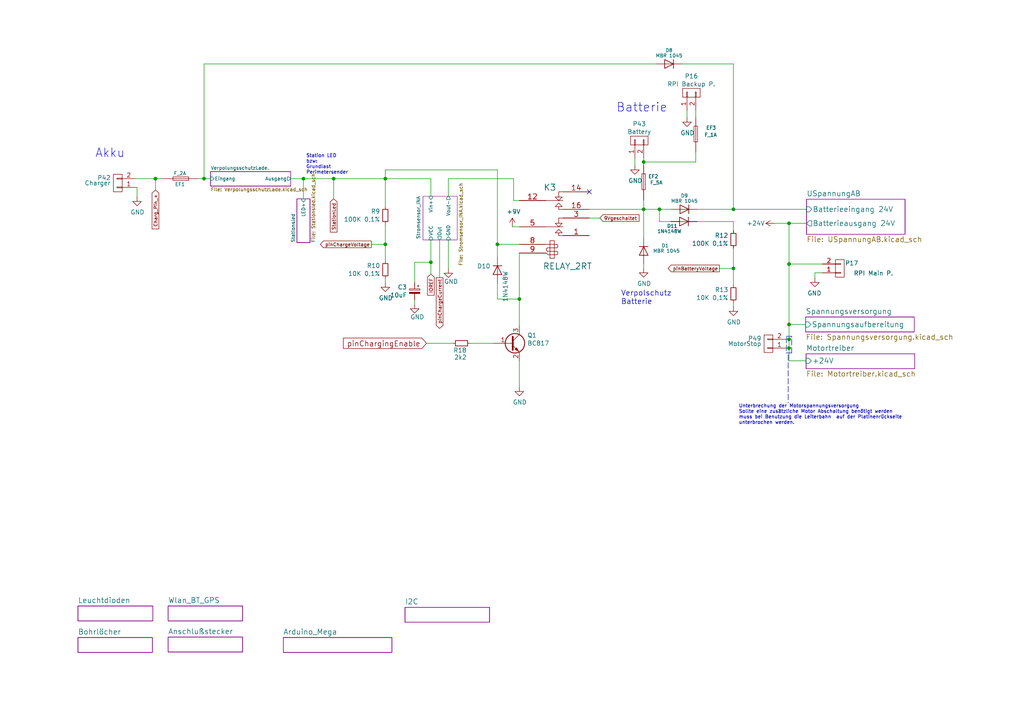
<source format=kicad_sch>
(kicad_sch (version 20210406) (generator eeschema)
  (paper "A4")
  (title_block (title "Ardumower shield SVN Version") (date "2021-01-18") (rev "1.4") (company "ML AG JL BS UZ") (comment 1 "Schaltplan und Layout UweZ") (comment 2 "Unterspannungsschutz von AlexanderG"))
  (lib_symbols
    (symbol "ardumower-mega-shield-svn-rescue:+24V-RESCUE-ardumower_mega_shield_svn" (power) (pin_names (offset 0))
      (property "Value" "+24V-RESCUE-ardumower_mega_shield_svn" (at 0 3.556 0))
      (symbol "+24V-RESCUE-ardumower_mega_shield_svn_0_1"
        (polyline (pts (xy -0.762 1.27) (xy 0 2.54)))
        (polyline (pts (xy 0 0) (xy 0 2.54)))
        (polyline (pts (xy 0 2.54) (xy 0.762 1.27)))
      )
      (symbol "+24V-RESCUE-ardumower_mega_shield_svn_1_1"
        (pin power_in line (at 0 0 90) (length 0) hide (name "+24V") (number "1"))
      )
    )
    (symbol "ardumower-mega-shield-svn-rescue:+9V-RESCUE-ardumower_mega_shield_svn" (power) (pin_names (offset 0))
      (property "Value" "+9V-RESCUE-ardumower_mega_shield_svn" (at 0 3.556 0))
      (symbol "+9V-RESCUE-ardumower_mega_shield_svn_0_1"
        (polyline (pts (xy -0.762 1.27) (xy 0 2.54)))
        (polyline (pts (xy 0 0) (xy 0 2.54)))
        (polyline (pts (xy 0 2.54) (xy 0.762 1.27)))
      )
      (symbol "+9V-RESCUE-ardumower_mega_shield_svn_1_1"
        (pin power_in line (at 0 0 90) (length 0) hide (name "+9V") (number "1"))
      )
    )
    (symbol "ardumower-mega-shield-svn-rescue:1N4148-RESCUE-ardumower_mega_shield_svn" (pin_numbers hide) (pin_names hide)
      (property "Reference" "D" (at 0 2.54 0))
      (property "Value" "1N4148-RESCUE-ardumower_mega_shield_svn" (at 0 -2.54 0))
      (symbol "1N4148-RESCUE-ardumower_mega_shield_svn_0_1"
        (polyline (pts (xy -1.27 1.27) (xy -1.27 -1.27)) (stroke (width 0.2032)))
        (polyline (pts (xy 1.27 0) (xy -1.27 0)))
        (polyline (pts (xy 1.27 1.27) (xy 1.27 -1.27) (xy -1.27 0) (xy 1.27 1.27)) (stroke (width 0.2032)))
      )
      (symbol "1N4148-RESCUE-ardumower_mega_shield_svn_1_1"
        (pin passive line (at -3.81 0 0) (length 2.54) (name "K") (number "1"))
        (pin passive line (at 3.81 0 180) (length 2.54) (name "A") (number "2"))
      )
    )
    (symbol "ardumower-mega-shield-svn-rescue:BC849-RESCUE-ardumower_mega_shield_svn" (pin_names (offset 0) hide)
      (property "Reference" "Q" (at 5.08 1.905 0))
      (property "Value" "BC849-RESCUE-ardumower_mega_shield_svn" (at 5.08 0 0))
      (symbol "BC849-RESCUE-ardumower_mega_shield_svn_0_1"
        (circle (center 1.27 0) (radius 2.8194) (stroke (width 0.254)))
        (polyline (pts (xy 0.635 0.635) (xy 2.54 2.54)))
        (polyline (pts (xy 0.635 -0.635) (xy 2.54 -2.54) (xy 2.54 -2.54)))
        (polyline (pts (xy 0.635 1.905) (xy 0.635 -1.905) (xy 0.635 -1.905)) (stroke (width 0.508)))
        (polyline (pts (xy 1.27 -1.778) (xy 1.778 -1.27) (xy 2.286 -2.286) (xy 1.27 -1.778) (xy 1.27 -1.778)) (fill (type outline)))
      )
      (symbol "BC849-RESCUE-ardumower_mega_shield_svn_1_1"
        (pin input line (at -5.08 0 0) (length 5.715) (name "B") (number "1"))
        (pin passive line (at 2.54 -5.08 90) (length 2.54) (name "E") (number "2"))
        (pin passive line (at 2.54 5.08 270) (length 2.54) (name "C") (number "3"))
      )
    )
    (symbol "ardumower-mega-shield-svn-rescue:CONN_01X02-RESCUE-ardumower_mega_shield_svn" (pin_names hide)
      (property "Reference" "J" (at 0 3.81 0))
      (property "Value" "CONN_01X02-RESCUE-ardumower_mega_shield_svn" (at 2.54 0 90))
      (symbol "CONN_01X02-RESCUE-ardumower_mega_shield_svn_0_1"
        (rectangle (start -1.27 -1.143) (end 0.254 -1.397))
        (rectangle (start -1.27 1.397) (end 0.254 1.143))
        (rectangle (start -1.27 2.54) (end 1.27 -2.54))
      )
      (symbol "CONN_01X02-RESCUE-ardumower_mega_shield_svn_1_1"
        (pin passive line (at -5.08 1.27 0) (length 3.81) (name "P1") (number "1"))
        (pin passive line (at -5.08 -1.27 0) (length 3.81) (name "P2") (number "2"))
      )
    )
    (symbol "ardumower-mega-shield-svn-rescue:CP_Small-RESCUE-ardumower_mega_shield_svn" (pin_numbers hide) (pin_names (offset 0.254) hide)
      (property "Reference" "C" (at 0.254 1.778 0))
      (property "Value" "CP_Small-RESCUE-ardumower_mega_shield_svn" (at 0.254 -2.032 0))
      (symbol "CP_Small-RESCUE-ardumower_mega_shield_svn_0_1"
        (rectangle (start -1.524 0.6858) (end 1.524 0.3048))
        (rectangle (start -1.524 -0.3048) (end 1.524 -0.6858) (fill (type outline)))
        (polyline (pts (xy -1.27 1.524) (xy -0.762 1.524)))
        (polyline (pts (xy -1.016 1.27) (xy -1.016 1.778)))
      )
      (symbol "CP_Small-RESCUE-ardumower_mega_shield_svn_1_1"
        (pin passive line (at 0 2.54 270) (length 1.8542) (name "~") (number "1"))
        (pin passive line (at 0 -2.54 90) (length 1.8542) (name "~") (number "2"))
      )
    )
    (symbol "ardumower-mega-shield-svn-rescue:D-RESCUE-ardumower_mega_shield_svn" (pin_numbers hide) (pin_names hide)
      (property "Reference" "D" (at 0 2.54 0))
      (property "Value" "D-RESCUE-ardumower_mega_shield_svn" (at 0 -2.54 0))
      (symbol "D-RESCUE-ardumower_mega_shield_svn_0_1"
        (polyline (pts (xy -1.27 1.27) (xy -1.27 -1.27)) (stroke (width 0.2032)))
        (polyline (pts (xy 1.27 0) (xy -1.27 0)))
        (polyline (pts (xy 1.27 1.27) (xy 1.27 -1.27) (xy -1.27 0) (xy 1.27 1.27)) (stroke (width 0.2032)))
      )
      (symbol "D-RESCUE-ardumower_mega_shield_svn_1_1"
        (pin passive line (at -3.81 0 0) (length 2.54) (name "K") (number "1"))
        (pin passive line (at 3.81 0 180) (length 2.54) (name "A") (number "2"))
      )
    )
    (symbol "ardumower-mega-shield-svn-rescue:F_10A-RESCUE-ardumower_mega_shield_svn" (pin_numbers hide) (pin_names (offset 0.254))
      (property "Reference" "EF" (at -4.572 2.032 0))
      (property "Value" "F_10A-RESCUE-ardumower_mega_shield_svn" (at -2.54 -2.032 0))
      (symbol "F_10A-RESCUE-ardumower_mega_shield_svn_0_1"
        (polyline (pts (xy 2.032 0) (xy -2.54 0) (xy -2.54 0) (xy -2.54 0)))
        (polyline (pts (xy -2.54 0.508) (xy -2.54 -0.508) (xy 2.032 -0.508) (xy 2.032 0.508) (xy -2.54 0.508) (xy -2.54 0.508)))
      )
      (symbol "F_10A-RESCUE-ardumower_mega_shield_svn_1_1"
        (pin power_in line (at 5.08 0 180) (length 3.048) (name "~") (number "1"))
        (pin power_out line (at -5.08 0 0) (length 2.54) (name "~") (number "2"))
      )
    )
    (symbol "ardumower-mega-shield-svn-rescue:GND-RESCUE-ardumower_mega_shield_svn" (power) (pin_names (offset 0))
      (property "Value" "GND-RESCUE-ardumower_mega_shield_svn" (at 0 -3.81 0))
      (symbol "GND-RESCUE-ardumower_mega_shield_svn_0_1"
        (polyline (pts (xy 0 0) (xy 0 -1.27) (xy 1.27 -1.27) (xy 0 -2.54) (xy -1.27 -1.27) (xy 0 -1.27)))
      )
      (symbol "GND-RESCUE-ardumower_mega_shield_svn_1_1"
        (pin power_in line (at 0 0 270) (length 0) hide (name "GND") (number "1"))
      )
    )
    (symbol "ardumower-mega-shield-svn-rescue:RELAY_2RT-RESCUE-ardumower_mega_shield_svn" (pin_names hide)
      (property "Reference" "K" (at -1.27 10.16 0))
      (property "Value" "RELAY_2RT-RESCUE-ardumower_mega_shield_svn" (at 3.81 -12.7 0))
      (symbol "RELAY_2RT-RESCUE-ardumower_mega_shield_svn_0_1"
        (polyline (pts (xy -2.54 -8.89) (xy -2.286 -8.89)))
        (polyline (pts (xy -2.54 -6.35) (xy -1.27 -6.35)))
        (polyline (pts (xy -2.54 -1.27) (xy 1.27 -1.27)))
        (polyline (pts (xy -2.286 -8.89) (xy -1.778 -9.3726)))
        (polyline (pts (xy -2.286 -8.1026) (xy -2.286 -7.62)))
        (polyline (pts (xy -2.032 -8.382) (xy -2.286 -8.1026)))
        (polyline (pts (xy -2.032 -7.366) (xy -2.286 -7.62)))
        (polyline (pts (xy -1.778 -9.3726) (xy -1.27 -9.3726)))
        (polyline (pts (xy -1.27 -10.414) (xy -1.27 -5.3086)))
        (polyline (pts (xy -1.27 -8.382) (xy -2.032 -8.382)))
        (polyline (pts (xy -1.27 -8.382) (xy 0 -8.382)))
        (polyline (pts (xy -1.27 -7.366) (xy -2.032 -7.366)))
        (polyline (pts (xy -1.27 -6.35) (xy 0 -6.35)))
        (polyline (pts (xy -1.27 -5.3086) (xy 0 -5.3086)))
        (polyline (pts (xy 0 -10.414) (xy -1.27 -10.414)))
        (polyline (pts (xy 0 -9.3726) (xy -1.27 -9.3726)))
        (polyline (pts (xy 0 -9.3726) (xy 0.7366 -9.3726)))
        (polyline (pts (xy 0 -8.382) (xy 0.7366 -8.382)))
        (polyline (pts (xy 0 -7.366) (xy -1.27 -7.366)))
        (polyline (pts (xy 0 -7.366) (xy 0.7366 -7.366)))
        (polyline (pts (xy 0 -6.35) (xy 0.7366 -6.35)))
        (polyline (pts (xy 0 -5.3086) (xy 0 -10.414)))
        (polyline (pts (xy 0.254 -3.0226) (xy 2.2606 -3.0226)))
        (polyline (pts (xy 0.254 -0.2286) (xy 2.2606 -0.2286)))
        (polyline (pts (xy 0.254 4.572) (xy 1.27 5.6134)))
        (polyline (pts (xy 0.254 7.366) (xy 0.9906 7.366)))
        (polyline (pts (xy 0.7366 -9.3726) (xy 0.9906 -9.144)))
        (polyline (pts (xy 0.7366 -8.382) (xy 0.9906 -8.636)))
        (polyline (pts (xy 0.7366 -7.366) (xy 0.9906 -7.112)))
        (polyline (pts (xy 0.7366 -6.35) (xy 0.9906 -6.5786)))
        (polyline (pts (xy 0.9906 -9.144) (xy 0.9906 -8.636)))
        (polyline (pts (xy 0.9906 -6.5786) (xy 0.9906 -7.112)))
        (polyline (pts (xy 0.9906 6.6294) (xy 0.254 7.366)))
        (polyline (pts (xy 0.9906 6.6294) (xy 1.27 6.35)))
        (polyline (pts (xy 0.9906 7.366) (xy 2.2606 7.366)))
        (polyline (pts (xy 1.27 -3.81) (xy 1.27 -3.302)))
        (polyline (pts (xy 1.27 -3.302) (xy 1.27 -3.0226)))
        (polyline (pts (xy 1.27 -2.032) (xy 0.254 -3.0226)))
        (polyline (pts (xy 1.27 -1.27) (xy 0.254 -0.2286)))
        (polyline (pts (xy 1.27 -1.27) (xy 2.54 -1.27)))
        (polyline (pts (xy 1.27 1.27) (xy 1.27 -0.2286)))
        (polyline (pts (xy 1.27 1.27) (xy 2.54 1.27)))
        (polyline (pts (xy 1.27 3.81) (xy 1.27 4.572)))
        (polyline (pts (xy 1.27 3.81) (xy 2.54 3.81)))
        (polyline (pts (xy 1.27 5.6134) (xy 2.2606 4.572)))
        (polyline (pts (xy 1.27 6.35) (xy -2.54 6.35)))
        (polyline (pts (xy 1.27 6.35) (xy 1.524 6.35)))
        (polyline (pts (xy 1.27 8.89) (xy 1.27 7.366)))
        (polyline (pts (xy 1.27 8.89) (xy 2.54 8.89)))
        (polyline (pts (xy 1.524 6.35) (xy 2.54 6.35)))
        (polyline (pts (xy 2.2606 -3.0226) (xy 1.27 -2.032)))
        (polyline (pts (xy 2.2606 -0.2286) (xy 1.27 -1.27)))
        (polyline (pts (xy 2.2606 4.572) (xy 0.254 4.572)))
        (polyline (pts (xy 2.2606 7.366) (xy 1.27 6.35)))
        (polyline (pts (xy 2.54 -3.81) (xy 1.27 -3.81)))
      )
      (symbol "RELAY_2RT-RESCUE-ardumower_mega_shield_svn_1_1"
        (pin passive line (at 10.16 -3.81 180) (length 7.62) (name "T1") (number "1"))
        (pin passive line (at -10.16 6.35 0) (length 7.62) (name "C2") (number "12"))
        (pin passive line (at 10.16 8.89 180) (length 7.62) (name "R2") (number "14"))
        (pin passive line (at 10.16 3.81 180) (length 7.62) (name "T2") (number "16"))
        (pin passive line (at 10.16 1.27 180) (length 7.62) (name "R1") (number "3"))
        (pin passive line (at -10.16 -1.27 0) (length 7.62) (name "C1") (number "5"))
        (pin input line (at -10.16 -6.35 0) (length 7.62) (name "8") (number "8"))
        (pin input line (at -10.16 -8.89 0) (length 7.62) (name "9") (number "9"))
      )
    )
    (symbol "ardumower-mega-shield-svn-rescue:R_Small-RESCUE-ardumower_mega_shield_svn" (pin_numbers hide) (pin_names (offset 0.254) hide)
      (property "Reference" "R" (at 0.762 0.508 0))
      (property "Value" "R_Small-RESCUE-ardumower_mega_shield_svn" (at 0.762 -1.016 0))
      (symbol "R_Small-RESCUE-ardumower_mega_shield_svn_0_1"
        (rectangle (start -0.762 1.778) (end 0.762 -1.778) (stroke (width 0.2032)))
      )
      (symbol "R_Small-RESCUE-ardumower_mega_shield_svn_1_1"
        (pin passive line (at 0 2.54 270) (length 0.762) (name "~") (number "1"))
        (pin passive line (at 0 -2.54 90) (length 0.762) (name "~") (number "2"))
      )
    )
  )
  (junction (at 45.085 51.816) (diameter 0.9144))
  (junction (at 59.182 51.816) (diameter 0.9144))
  (junction (at 88.011 51.816) (diameter 0.9144))
  (junction (at 96.774 51.816) (diameter 0.9144))
  (junction (at 111.76 51.816) (diameter 0.9144))
  (junction (at 111.76 70.866) (diameter 0.9144))
  (junction (at 124.968 76.073) (diameter 0.9144))
  (junction (at 144.272 70.866) (diameter 0.9144))
  (junction (at 150.622 86.741) (diameter 0.9144))
  (junction (at 186.69 46.99) (diameter 0.9144))
  (junction (at 186.69 60.706) (diameter 0.9144))
  (junction (at 191.262 60.706) (diameter 0.9144))
  (junction (at 212.725 60.706) (diameter 0.9144))
  (junction (at 212.725 77.851) (diameter 0.9144))
  (junction (at 228.854 64.77) (diameter 0.9144))
  (junction (at 228.854 76.581) (diameter 0.9144))
  (junction (at 228.854 94.107) (diameter 0.9144))
  (junction (at 228.854 98.425) (diameter 0.9144))
  (junction (at 228.854 100.965) (diameter 0.9144))
  (no_connect (at 170.942 55.626))
  (wire (pts (xy 39.243 51.816) (xy 45.085 51.816)))
  (wire (pts (xy 39.751 54.356) (xy 39.243 54.356)))
  (wire (pts (xy 39.751 57.15) (xy 39.751 54.356)))
  (wire (pts (xy 45.085 51.816) (xy 45.085 55.118)))
  (wire (pts (xy 45.085 51.816) (xy 47.117 51.816)))
  (wire (pts (xy 57.277 51.816) (xy 59.182 51.816)))
  (wire (pts (xy 59.182 18.542) (xy 59.182 51.816)))
  (wire (pts (xy 59.182 51.816) (xy 61.087 51.816)))
  (wire (pts (xy 84.328 51.816) (xy 88.011 51.816)))
  (wire (pts (xy 88.011 51.816) (xy 96.774 51.816)))
  (wire (pts (xy 88.011 57.658) (xy 88.011 51.816)))
  (wire (pts (xy 96.774 51.816) (xy 96.774 57.658)))
  (wire (pts (xy 96.774 51.816) (xy 111.76 51.816)))
  (wire (pts (xy 107.696 70.866) (xy 111.76 70.866)))
  (wire (pts (xy 111.76 49.276) (xy 111.76 51.816)))
  (wire (pts (xy 111.76 49.276) (xy 144.272 49.276)))
  (wire (pts (xy 111.76 51.816) (xy 111.76 59.944)))
  (wire (pts (xy 111.76 51.816) (xy 124.968 51.816)))
  (wire (pts (xy 111.76 65.024) (xy 111.76 70.866)))
  (wire (pts (xy 111.76 70.866) (xy 111.76 75.692)))
  (wire (pts (xy 111.76 80.772) (xy 111.76 82.042)))
  (wire (pts (xy 120.269 76.073) (xy 120.269 81.915)))
  (wire (pts (xy 120.269 76.073) (xy 124.968 76.073)))
  (wire (pts (xy 120.269 86.995) (xy 120.269 88.265)))
  (wire (pts (xy 123.698 99.568) (xy 131.318 99.568)))
  (wire (pts (xy 124.968 51.816) (xy 124.968 56.896)))
  (wire (pts (xy 124.968 69.596) (xy 124.968 76.073)))
  (wire (pts (xy 124.968 76.073) (xy 124.968 79.502)))
  (wire (pts (xy 127.508 69.596) (xy 127.508 80.518)))
  (wire (pts (xy 130.048 51.816) (xy 130.048 56.896)))
  (wire (pts (xy 130.048 51.816) (xy 148.971 51.816)))
  (wire (pts (xy 130.048 69.596) (xy 130.048 77.978)))
  (wire (pts (xy 136.398 99.568) (xy 143.002 99.568)))
  (wire (pts (xy 144.272 49.276) (xy 144.272 70.866)))
  (wire (pts (xy 144.272 70.866) (xy 144.272 74.549)))
  (wire (pts (xy 144.272 70.866) (xy 150.622 70.866)))
  (wire (pts (xy 144.272 82.169) (xy 144.272 86.741)))
  (wire (pts (xy 144.272 86.741) (xy 150.622 86.741)))
  (wire (pts (xy 148.971 51.816) (xy 148.971 58.166)))
  (wire (pts (xy 150.622 58.166) (xy 148.971 58.166)))
  (wire (pts (xy 150.622 65.786) (xy 148.59 65.786)))
  (wire (pts (xy 150.622 73.406) (xy 150.622 86.741)))
  (wire (pts (xy 150.622 86.741) (xy 150.622 94.488)))
  (wire (pts (xy 150.622 104.648) (xy 150.622 112.268)))
  (wire (pts (xy 170.942 60.706) (xy 186.69 60.706)))
  (wire (pts (xy 170.942 63.246) (xy 173.99 63.246)))
  (wire (pts (xy 184.15 48.006) (xy 184.15 45.847)))
  (wire (pts (xy 186.69 45.847) (xy 186.69 46.99)))
  (wire (pts (xy 186.69 46.99) (xy 186.69 47.879)))
  (wire (pts (xy 186.69 46.99) (xy 201.803 46.99)))
  (wire (pts (xy 186.69 58.039) (xy 186.69 60.706)))
  (wire (pts (xy 186.69 60.706) (xy 186.69 68.961)))
  (wire (pts (xy 186.69 60.706) (xy 191.262 60.706)))
  (wire (pts (xy 186.69 76.581) (xy 186.69 77.851)))
  (wire (pts (xy 190.246 18.542) (xy 59.182 18.542)))
  (wire (pts (xy 191.262 60.706) (xy 194.691 60.706)))
  (wire (pts (xy 191.262 64.262) (xy 191.262 60.706)))
  (wire (pts (xy 194.564 64.262) (xy 191.262 64.262)))
  (wire (pts (xy 197.866 18.542) (xy 212.725 18.542)))
  (wire (pts (xy 199.263 34.163) (xy 199.263 32.004)))
  (wire (pts (xy 201.803 34.036) (xy 201.803 32.004)))
  (wire (pts (xy 201.803 46.99) (xy 201.803 44.196)))
  (wire (pts (xy 202.184 64.262) (xy 212.725 64.262)))
  (wire (pts (xy 202.311 60.706) (xy 212.725 60.706)))
  (wire (pts (xy 208.661 77.851) (xy 212.725 77.851)))
  (wire (pts (xy 212.725 18.542) (xy 212.725 60.706)))
  (wire (pts (xy 212.725 60.706) (xy 233.934 60.706)))
  (wire (pts (xy 212.725 64.262) (xy 212.725 66.929)))
  (wire (pts (xy 212.725 72.009) (xy 212.725 77.851)))
  (wire (pts (xy 212.725 82.677) (xy 212.725 77.851)))
  (wire (pts (xy 212.725 87.757) (xy 212.725 89.027)))
  (wire (pts (xy 224.663 64.77) (xy 228.854 64.77)))
  (wire (pts (xy 227.965 100.965) (xy 228.854 100.965)))
  (wire (pts (xy 228.854 64.77) (xy 228.854 76.581)))
  (wire (pts (xy 228.854 64.77) (xy 233.934 64.77)))
  (wire (pts (xy 228.854 76.581) (xy 228.854 94.107)))
  (wire (pts (xy 228.854 76.581) (xy 238.506 76.581)))
  (wire (pts (xy 228.854 94.107) (xy 228.854 98.425)))
  (wire (pts (xy 228.854 94.107) (xy 233.68 94.107)))
  (wire (pts (xy 228.854 98.425) (xy 227.965 98.425)))
  (wire (pts (xy 228.854 98.425) (xy 228.854 100.965)))
  (wire (pts (xy 228.854 100.965) (xy 228.854 104.648)))
  (wire (pts (xy 228.854 104.648) (xy 233.807 104.648)))
  (wire (pts (xy 236.347 79.121) (xy 238.506 79.121)))
  (wire (pts (xy 236.347 80.645) (xy 236.347 79.121)))
  (polyline (pts (xy 228.092 97.536) (xy 229.616 97.536)) (stroke (width 0) (type dash)))
  (polyline (pts (xy 228.092 97.79) (xy 228.092 102.362)) (stroke (width 0) (type dash)))
  (polyline (pts (xy 228.092 102.362) (xy 229.616 102.362)) (stroke (width 0) (type dash)))
  (polyline (pts (xy 228.6 102.87) (xy 228.6 116.84)) (stroke (width 0) (type dash)))
  (polyline (pts (xy 229.616 102.362) (xy 229.616 97.536)) (stroke (width 0) (type dash)))
  (text "https://www.reichelt.de/ICs-TLC-TSA-/TS-2940-CP33/3/index.html?ACTION=3&LA=5700&ARTICLE=115975&GROUPID=5480&artnr=TS+2940+CP33\n\nhttps://www.reichelt.de/ICs-TLC-TSA-/TS-2940-CP50/3/index.html?ACTION=3&LA=5700&ARTICLE=115976&GROUPID=5480&artnr=TS+2940+CP50\n\nhttps://www.reichelt.de/ICs-TA-TL-/TD-62783-AFWG/3/index.html?ACTION=3&LA=446&ARTICLE=188954&GROUPID=5479&artnr=TD+62783+AFWG&SEARCH=TD62783" (at -150.114 -3.302 0) (effects (font (size 1.4986 1.4986)) (justify left bottom)))
  (text "Kontrolle Funktion Ultraschall\nKontrolle RC Fernbedienung\nKontrolle Unterspannunsabschaltung ob sie mit 3V an bleibt\nRelais schaltung ändern damit nur noch 1 Relais notwendig ist\nUDN 2981 ersetzen durch SMD Bauteil evl TD 62783 AFWG :: Treiber-IC, SO-18W\nOdemetrie kontrollieren\nIC2 Bus Kontrollieren\nSpannungsaufbereitung evl ändern mit anderen DC wandlern bis 30V\n\nBauteile siehe Links" (at -149.098 35.941 0) (effects (font (size 2.0066 2.0066)) (justify left bottom)))
  (text "[21:36:55] Kurzschuss - Uwe: gut dan warte ich nochmal mit den widerständen bis du soweit bist\n[21:38:22] Kurzschuss - Uwe: Dann mache ich nur die andern Änderungen mit dem DHT22 dropsensoren usw und warte dann erst mal ab. wenn ich es habe lade ich dann hoch\n[21:38:26] Jürgen Lange: überall wo level shifter dran sind kannst du die Dioden und den widerstand wegmachen\n[21:39:37] Kurzschuss - Uwe: da warte ich erst mal wo dann noch ein widerstand dazukommt. das wird dann ein Aufwasch\n\n\n\nwenn du da gerade dran bist die ganzen reserve dinger AD7, pinOdometriyRight2 etc hast du auf iOREF versorgt da solltest du 5V dran machen da bleiben dann auch die Dioden und der widerstand\nich sehe gerade das bei den Odemetrie pin der Spannungsanschluss auf iorf liegt. Dazwischen ist dann noch der ODoteiler und der Levelshifter.\nIch vermute mal das die odemetriepins auch auf 5V müssen damit der Odoteiler richtig arbeitetein klaaaaaaares ja" (at 10.16 246.634 0) (effects (font (size 2.0066 2.0066)) (justify left bottom)))
  (text "Akku\n" (at 27.559 45.974 0) (effects (font (size 2.5146 2.5146)) (justify left bottom)))
  (text "LED Rechner:\nhttp://www.elektronik-kompendium.de/sites/bau/1109111.htm\n\nZ-Dioden Rechner:\nhttp://www.dieelektronikerseite.de/Tools/Zenerdiode.htm" (at 73.152 -8.89 0) (effects (font (size 1.524 1.524)) (justify left bottom)))
  (text "Station LED\nbzw:\nGrundlast\nPerimetersender" (at 88.773 50.673 0) (effects (font (size 0.9906 0.9906)) (justify left bottom)))
  (text "Batterie\n" (at 178.689 32.766 0) (effects (font (size 2.5146 2.5146)) (justify left bottom)))
  (text "Verpolschutz\nBatterie" (at 180.086 88.519 0) (effects (font (size 1.524 1.524)) (justify left bottom)))
  (text "Unterbrechung der Motorspannungsversorgung\nSollte eine zusätzliche Motor Abschaltung benötigt werden\nmuss bei Benutzung die Leiterbahn  auf der Platinenrückseite\nunterbrochen werden.\n\n" (at 214.249 124.841 0) (effects (font (size 0.991 0.991)) (justify left bottom)))
  (text "LED Anzeigen - Hardware:\n\nLed 3V grün -   Betriebsanzeige Versorgungsspannung\nLED 24V grün - Betriebsanzeige Versorgungsspannung R2 für 12 V anpassen\nLED 5V grün -   Betriebsanzeige Versorgungsspannung\nLED Station - gelb - Statusanzeige ob Mover in Ladestation\n\n----------------------------------------------------------\n\nLED Anzeigen - Software:\n\nDual LED z.B:\nDual LED grün. Dauerlicht - Mover innerhalb Perimeter\nDual LED grün+rot = Orange - Dauerlicht Mover außerhalb Perimeter\nDual LED grün+rot = Orange - Blinkt Mover findet  Perimeter nicht oder sucht danach\nDual LED rot =  Blinkt Fehler kurzseitig Überlast Antriebmotor Treibe oder Mähmotor. \nDual LED rot - Dauerlicht - Fehler muß für weiterfahren durch drücken \nvon Button zurückgesetzt werden\n----------------------------------------------------------\n\nLED Status - grün Dauerlicht - warte auf Eingabe\n\nLED Status - grün blinken 1 bis 5 mal hintereinander\nmit länger Pause dazwischen für Anzeige in welchen\nBetriebsmodi sich der Mover befindet" (at 229.997 -11.43 0) (effects (font (size 1.524 1.524)) (justify left bottom)))
  (text "[20:50:34 | Bearbeitet 20:51:30] Jürgen Lange: setze für den dcdc einen 78s05 ein oder die die ich auf der BumperDuino nehme LM2940CS-5.0 um das bt zuversorgen für die Versorgung vom wlan einen 3,3v low drop\n[20:51:20] Kurzschuss - Uwe: also die 5V nicht vom Mega holen bzw die 3,3V\n[20:51:44] Jürgen Lange: für bt und wlan nicht\n[20:51:54] Jürgen Lange: für den rest okay\n[20:52:01] Kurzschuss - Uwe: okay\n[20:53:21] Jürgen Lange: setze bei allen Wandlern ob dcdc oder 78xx revers Dioden und rückführ Dioden die 78xx oder ähnlich kommen gleich vom 9v dcdc\n[20:54:26] Kurzschuss - Uwe: Ich übernehme die Schaltung vom Bumberduino\n\n\n\n[11:55:48] Jürgen Lange: im Klartext die Spannungen vom längsregler nur für Versorgung von bt etc nehmen gaaaaanz wichtig sonst haust du den due weg wenn jemand den usb stecker steckt\n[11:56:29] Jürgen Lange: der mega könnte auch aufgeben aber das habe ich noch nicht geprüft" (at 351.028 70.866 0) (effects (font (size 2.9972 2.9972)) (justify left bottom)))
  (global_label "Charg_Pin_+" (shape input) (at 45.085 55.118 270) (effects (font (size 0.9906 0.9906))) (property "Intersheet References" "${INTERSHEET_REFS}" (effects hide)))
  (global_label "StationLed" (shape input) (at 96.774 57.658 270) (effects (font (size 0.9906 0.9906))) (property "Intersheet References" "${INTERSHEET_REFS}" (effects hide)))
  (global_label "pinChargeVoltage" (shape output) (at 107.696 70.866 180) (effects (font (size 0.9906 0.9906))) (property "Intersheet References" "${INTERSHEET_REFS}" (effects hide)))
  (global_label "pinChargingEnable" (shape input) (at 123.698 99.568 180) (effects (font (size 1.524 1.524))) (property "Intersheet References" "${INTERSHEET_REFS}" (effects hide)))
  (global_label "IOREF" (shape input) (at 124.968 79.502 270) (effects (font (size 0.9906 0.9906))) (property "Intersheet References" "${INTERSHEET_REFS}" (effects hide)))
  (global_label "pinChargeCurrent" (shape output) (at 127.508 80.518 270) (effects (font (size 0.9906 0.9906))) (property "Intersheet References" "${INTERSHEET_REFS}" (effects hide)))
  (global_label "9Vgeschaltet" (shape input) (at 173.99 63.246 0) (effects (font (size 0.9906 0.9906))) (property "Intersheet References" "${INTERSHEET_REFS}" (effects hide)))
  (global_label "pinBatteryVoltage" (shape output) (at 208.661 77.851 180) (effects (font (size 0.9906 0.9906))) (property "Intersheet References" "${INTERSHEET_REFS}" (effects hide)))
  (symbol (lib_id "ardumower-mega-shield-svn-rescue:+9V-RESCUE-ardumower_mega_shield_svn") (at 148.59 65.786 0) (unit 1)
    (property "Reference" "#PWR012" (effects hide))
    (property "Value" "+9V" (at 148.971 61.3918 0))
  )
  (symbol (lib_id "ardumower-mega-shield-svn-rescue:+24V-RESCUE-ardumower_mega_shield_svn") (at 224.663 64.77 90) (unit 1)
    (property "Reference" "#PWR05" (effects hide))
    (property "Value" "+24V" (at 219.202 64.77 90))
  )
  (symbol (lib_id "ardumower-mega-shield-svn-rescue:GND-RESCUE-ardumower_mega_shield_svn") (at 39.751 57.15 0) (unit 1)
    (property "Reference" "#PWR03" (effects hide))
    (property "Value" "GND" (at 39.878 61.5442 0))
  )
  (symbol (lib_id "ardumower-mega-shield-svn-rescue:GND-RESCUE-ardumower_mega_shield_svn") (at 111.76 82.042 0) (unit 1)
    (property "Reference" "#PWR02" (effects hide))
    (property "Value" "GND" (at 111.887 86.4362 0))
  )
  (symbol (lib_id "ardumower-mega-shield-svn-rescue:GND-RESCUE-ardumower_mega_shield_svn") (at 120.269 88.265 0) (unit 1)
    (property "Reference" "#PWR07" (effects hide))
    (property "Value" "GND" (at 121.031 91.948 0))
  )
  (symbol (lib_id "ardumower-mega-shield-svn-rescue:GND-RESCUE-ardumower_mega_shield_svn") (at 130.048 77.978 0) (unit 1)
    (property "Reference" "#PWR06" (effects hide))
    (property "Value" "GND" (at 130.81 81.661 0))
  )
  (symbol (lib_id "ardumower-mega-shield-svn-rescue:GND-RESCUE-ardumower_mega_shield_svn") (at 150.622 112.268 0) (unit 1)
    (property "Reference" "#PWR01" (effects hide))
    (property "Value" "GND" (at 150.749 116.6622 0))
  )
  (symbol (lib_id "ardumower-mega-shield-svn-rescue:GND-RESCUE-ardumower_mega_shield_svn") (at 184.15 48.006 0) (unit 1)
    (property "Reference" "#PWR04" (effects hide))
    (property "Value" "GND" (at 184.277 52.4002 0))
  )
  (symbol (lib_id "ardumower-mega-shield-svn-rescue:GND-RESCUE-ardumower_mega_shield_svn") (at 186.69 77.851 0) (unit 1)
    (property "Reference" "#PWR09" (effects hide))
    (property "Value" "GND" (at 186.817 82.2452 0))
  )
  (symbol (lib_id "ardumower-mega-shield-svn-rescue:GND-RESCUE-ardumower_mega_shield_svn") (at 199.263 34.163 0) (unit 1)
    (property "Reference" "#PWR010" (effects hide))
    (property "Value" "GND" (at 199.39 38.5572 0))
  )
  (symbol (lib_id "ardumower-mega-shield-svn-rescue:GND-RESCUE-ardumower_mega_shield_svn") (at 212.725 89.027 0) (unit 1)
    (property "Reference" "#PWR08" (effects hide))
    (property "Value" "GND" (at 212.852 93.4212 0))
  )
  (symbol (lib_id "ardumower-mega-shield-svn-rescue:GND-RESCUE-ardumower_mega_shield_svn") (at 236.347 80.645 0) (mirror y) (unit 1)
    (property "Reference" "#PWR011" (effects hide))
    (property "Value" "GND" (at 236.22 85.0392 0))
  )
  (symbol (lib_id "ardumower-mega-shield-svn-rescue:R_Small-RESCUE-ardumower_mega_shield_svn") (at 111.76 62.484 0) (mirror y) (unit 1)
    (property "Reference" "R9" (at 110.2614 61.3156 0) (effects (justify left)))
    (property "Value" "100K 0,1%" (at 110.2614 63.627 0) (effects (justify left)))
    (property "Footprint" "Resistors_SMD:R_1206" (effects hide))
    (property "Datasheet" "http://cdn-reichelt.de/documents/datenblatt/B400/DS_NICC_SERIE_NTR.pdf" (effects hide))
    (property "Gehäuseart" "1206" (effects hide))
    (property "Bestelllink" "https://www.reichelt.de/SMD-1206-von-1-bis-910-kOhm/SPR-1206-100K/3/index.html?ACTION=3&LA=446&ARTICLE=123458&GROUPID=7974&artnr=SPR-1206+100K&SEARCH=spr-1206%2B100k" (effects hide))
    (property "Technische Daten" "SMD-Chipwiderstand 1206, 100 kOhm, 0,1%" (effects hide))
    (property "Bestellnummer" "R: SPR-1206 100K" (effects hide))
    (property "Funktion" "SMD-Chipwiderstand 1206, 100 kOhm, 0,1%" (effects hide))
    (property "Hersteller" "Value" (effects hide))
    (property "Hersteller Bestellnummer" "Value" (effects hide))
    (property "JLCPCB LCSC Part" "C95527" (effects hide))
  )
  (symbol (lib_id "ardumower-mega-shield-svn-rescue:R_Small-RESCUE-ardumower_mega_shield_svn") (at 111.76 78.232 0) (mirror y) (unit 1)
    (property "Reference" "R10" (at 110.2868 77.0636 0) (effects (justify left)))
    (property "Value" "10K 0,1%" (at 110.2868 79.375 0) (effects (justify left)))
    (property "Footprint" "Resistors_SMD:R_1206" (effects hide))
    (property "Datasheet" "http://cdn-reichelt.de/documents/datenblatt/B400/DS_NICC_SERIE_NTR.pdf" (effects hide))
    (property "Gehäuseart" "1206" (effects hide))
    (property "Bestelllink" "https://www.reichelt.de/SMD-1206-von-1-bis-910-kOhm/SPR-1206-10-0K/3/index.html?ACTION=3&LA=446&ARTICLE=123435&GROUPID=7974&artnr=SPR-1206+10%2C0K&SEARCH=spr-1206%2B10%252C0k" (effects hide))
    (property "Technische Daten" "SMD-Chipwiderstand 1206, 10,0 kOhm, 0,1%" (effects hide))
    (property "Bestellnummer" "R: SPR-1206 10,0K" (effects hide))
    (property "Funktion" "SMD chip resistor 1206, 10.0 kOhms, 0.1%" (effects hide))
    (property "Hersteller" "Value" (effects hide))
    (property "Hersteller Bestellnummer" "Value" (effects hide))
    (property "JLCPCB LCSC Part" "C95519" (effects hide))
  )
  (symbol (lib_id "ardumower-mega-shield-svn-rescue:R_Small-RESCUE-ardumower_mega_shield_svn") (at 133.858 99.568 90) (mirror x) (unit 1)
    (property "Reference" "R18" (at 135.382 101.6 90) (effects (justify left)))
    (property "Value" "2k2" (at 135.382 103.632 90) (effects (justify left)))
    (property "Footprint" "Zimprich:R_0603" (effects hide))
    (property "Gehäuseart" "0603" (effects hide))
    (property "Bestelllink" "https://www.reichelt.de/smd-widerstand-0603-2-2-kohm-100-mw-1--rnd-0603-1-2-2k-p183061.html?GROUPID=7968&SEARCH=0603%2B2%252C2k&&r=1" (effects hide))
    (property "Technische Daten" "SMD-Widerstand, 0603, 2,2 kOhm, 100 mW, 1%" (effects hide))
    (property "Bestellnummer" "R: RND 0603 1 2,2K" (effects hide))
    (property "Funktion" "SMD-Widerstand, 0603, 2,2 kOhm, 100 mW, 1%" (effects hide))
    (property "Hersteller" "Value" (effects hide))
    (property "Hersteller Bestellnummer" "Value" (effects hide))
    (property "JLCPCB LCSC Part" "C4190" (effects hide))
  )
  (symbol (lib_id "ardumower-mega-shield-svn-rescue:R_Small-RESCUE-ardumower_mega_shield_svn") (at 212.725 69.469 0) (mirror y) (unit 1)
    (property "Reference" "R12" (at 211.2264 68.3006 0) (effects (justify left)))
    (property "Value" "100K 0,1%" (at 211.2264 70.612 0) (effects (justify left)))
    (property "Footprint" "Resistors_SMD:R_1206" (effects hide))
    (property "Datasheet" "http://cdn-reichelt.de/documents/datenblatt/B400/DS_NICC_SERIE_NTR.pdf" (effects hide))
    (property "Gehäuseart" "1206" (effects hide))
    (property "Bestelllink" "https://www.reichelt.de/SMD-1206-von-1-bis-910-kOhm/SPR-1206-100K/3/index.html?ACTION=3&LA=446&ARTICLE=123458&GROUPID=7974&artnr=SPR-1206+100K&SEARCH=spr-1206%2B100k" (effects hide))
    (property "Technische Daten" "SMD-Chipwiderstand 1206, 100 kOhm, 0,1%" (effects hide))
    (property "Bestellnummer" "R: SPR-1206 100K" (effects hide))
    (property "Funktion" "SMD-Chipwiderstand 1206, 100 kOhm, 0,1%" (effects hide))
    (property "Hersteller" "Value" (effects hide))
    (property "Hersteller Bestellnummer" "Value" (effects hide))
    (property "JLCPCB LCSC Part" "C95527" (effects hide))
  )
  (symbol (lib_id "ardumower-mega-shield-svn-rescue:R_Small-RESCUE-ardumower_mega_shield_svn") (at 212.725 85.217 0) (mirror y) (unit 1)
    (property "Reference" "R13" (at 211.2518 84.0486 0) (effects (justify left)))
    (property "Value" "10K 0,1%" (at 211.2518 86.36 0) (effects (justify left)))
    (property "Footprint" "Resistors_SMD:R_1206" (effects hide))
    (property "Datasheet" "http://cdn-reichelt.de/documents/datenblatt/B400/DS_NICC_SERIE_NTR.pdf" (effects hide))
    (property "Gehäuseart" "1206" (effects hide))
    (property "Bestelllink" "https://www.reichelt.de/SMD-1206-von-1-bis-910-kOhm/SPR-1206-10-0K/3/index.html?ACTION=3&LA=446&ARTICLE=123435&GROUPID=7974&artnr=SPR-1206+10%2C0K&SEARCH=spr-1206%2B10%252C0k" (effects hide))
    (property "Technische Daten" "SMD-Chipwiderstand 1206, 10,0 kOhm, 0,1%" (effects hide))
    (property "Bestellnummer" "R: SPR-1206 10,0K" (effects hide))
    (property "Funktion" "SMD chip resistor 1206, 10.0 kOhms, 0.1%" (effects hide))
    (property "Hersteller" "Value" (effects hide))
    (property "Hersteller Bestellnummer" "Value" (effects hide))
    (property "JLCPCB LCSC Part" "C95519" (effects hide))
  )
  (symbol (lib_id "ardumower-mega-shield-svn-rescue:F_10A-RESCUE-ardumower_mega_shield_svn") (at 52.197 51.816 180) (unit 1)
    (property "Reference" "EF1" (at 52.197 53.467 0) (effects (font (size 1.016 1.016))))
    (property "Value" "F_2A" (at 52.197 50.292 0) (effects (font (size 1.016 1.016))))
    (property "Footprint" "Zimprich:Fuse_SMD" (effects hide))
    (property "Bestelllink" "https://www.reichelt.de/SMD-Sicherungen/OMT-125-3-5A/3/index.html?ACTION=3&LA=446&ARTICLE=52972&GROUPID=7660&artnr=OMT+125+3%2C5A&SEARCH=smd%2Bsicherung%2B125" (effects hide))
    (property "Technische Daten" "OMH 125 HALTER SMD-Sicherungshalter für OMT-125" (effects hide))
    (property "Bestellnummer" "R: OMH 125 HALTER" (effects hide))
    (property "Funktion" "OMH 125 HALTER SMD-Sicherungshalter für OMT-125" (effects hide))
    (property "Hersteller" "Value" (effects hide))
    (property "Hersteller Bestellnummer" "Value" (effects hide))
    (property "JLCPCB LCSC Part" "C182313" (effects hide))
  )
  (symbol (lib_id "ardumower-mega-shield-svn-rescue:F_10A-RESCUE-ardumower_mega_shield_svn") (at 186.69 52.959 270) (unit 1)
    (property "Reference" "EF2" (at 189.484 51.181 90) (effects (font (size 1.016 1.016))))
    (property "Value" "F_5A" (at 190.373 52.959 90) (effects (font (size 1.016 1.016))))
    (property "Footprint" "Zimprich:Fuse_SMD" (effects hide))
    (property "Bestelllink" "https://www.reichelt.de/SMD-Sicherungen/OMT-125-3-5A/3/index.html?ACTION=3&LA=446&ARTICLE=52972&GROUPID=7660&artnr=OMT+125+3%2C5A&SEARCH=smd%2Bsicherung%2B125" (effects hide))
    (property "Technische Daten" "OMH 125 HALTER SMD-Sicherungshalter für OMT-125" (effects hide))
    (property "Bestellnummer" "R: OMH 125 HALTER" (effects hide))
    (property "Funktion" "OMH 125 HALTER SMD-Sicherungshalter für OMT-125" (effects hide))
    (property "Hersteller" "Value" (effects hide))
    (property "Hersteller Bestellnummer" "Value" (effects hide))
    (property "JLCPCB LCSC Part" "C312012" (effects hide))
  )
  (symbol (lib_id "ardumower-mega-shield-svn-rescue:F_10A-RESCUE-ardumower_mega_shield_svn") (at 201.803 39.116 270) (unit 1)
    (property "Reference" "EF3" (at 206.248 37.084 90) (effects (font (size 1.016 1.016))))
    (property "Value" "F_1A" (at 206.121 39.116 90) (effects (font (size 1.016 1.016))))
    (property "Footprint" "Zimprich:Fuse_SMD" (effects hide))
    (property "Bestelllink" "https://www.reichelt.de/SMD-Sicherungen/OMT-125-3-5A/3/index.html?ACTION=3&LA=446&ARTICLE=52972&GROUPID=7660&artnr=OMT+125+3%2C5A&SEARCH=smd%2Bsicherung%2B125" (effects hide))
    (property "Technische Daten" "OMH 125 HALTER SMD-Sicherungshalter für OMT-125" (effects hide))
    (property "Bestellnummer" "R: OMH 125 HALTER" (effects hide))
    (property "Funktion" "OMH 125 HALTER SMD-Sicherungshalter für OMT-125" (effects hide))
    (property "Hersteller" "Value" (effects hide))
    (property "Hersteller Bestellnummer" "Value" (effects hide))
    (property "JLCPCB LCSC Part" "C312004" (effects hide))
  )
  (symbol (lib_id "ardumower-mega-shield-svn-rescue:CP_Small-RESCUE-ardumower_mega_shield_svn") (at 120.269 84.455 0) (mirror y) (unit 1)
    (property "Reference" "C3" (at 118.0338 83.2866 0) (effects (justify left)))
    (property "Value" "10uF" (at 118.0338 85.598 0) (effects (justify left)))
    (property "Footprint" "Zimprich:Elko_vert_11.2x6.3mm_RM2.5_RM5.0" (effects hide))
    (property "Bestellnummer" "Value" (effects hide))
  )
  (symbol (lib_id "ardumower-mega-shield-svn-rescue:1N4148-RESCUE-ardumower_mega_shield_svn") (at 144.272 78.359 270) (unit 1)
    (property "Reference" "D10" (at 142.2654 77.1906 90) (effects (justify right)))
    (property "Value" "1N4148W" (at 146.5834 87.63 0) (effects (justify right)))
    (property "Footprint" "Diode_SMD:D_SOD-123" (effects hide))
    (property "Datasheet" "https://cdn-reichelt.de/documents/datenblatt/A200/RND_1N4148W_DB-EN.pdf" (effects hide))
    (property "Bestelllink" "https://www.reichelt.de/schalt-diode-75-v-150-ma-sod-123-rnd-1n4148w-p223369.html?&trstct=pos_0&nbc=1" (effects hide))
    (property "Technische Daten" "Schalt-Diode, 75 V, 150 mA, SOD-123" (effects hide))
    (property "Bestellnummer" "R: RND 1N4148W" (effects hide))
    (property "JLCPCB LCSC Part" "C81598" (effects hide))
    (property "Bestücken (Assemble)" "JA (YES)" (effects hide))
  )
  (symbol (lib_id "ardumower-mega-shield-svn-rescue:D-RESCUE-ardumower_mega_shield_svn") (at 186.69 72.771 270) (unit 1)
    (property "Reference" "D1" (at 192.913 71.247 90) (effects (font (size 0.9906 0.9906))))
    (property "Value" "MBR 1045" (at 193.294 72.771 90) (effects (font (size 0.9906 0.9906))))
    (property "Footprint" "Diodes_ThroughHole:Diode_TO-220_Vertical" (effects hide))
    (property "Datasheet" "Value" (effects hide))
    (property "Gehäuseart" "TO-220AC " (effects hide))
    (property "Bestelllink" "https://www.reichelt.de/schottkydiode-45-v-10-a-to-220ac-mbr-1045-p41944.html?&trstct=pos_0&nbc=1" (effects hide))
    (property "Technische Daten" "Schottkydiode, 45 V, 10 A, TO-220AC" (effects hide))
    (property "Bestellnummer" "R: MBR 1045" (effects hide))
    (property "Bestücken (Assemble)" "NEIN (NO)" (effects hide))
  )
  (symbol (lib_id "ardumower-mega-shield-svn-rescue:D-RESCUE-ardumower_mega_shield_svn") (at 194.056 18.542 180) (unit 1)
    (property "Reference" "D8" (at 194.056 14.605 0) (effects (font (size 0.9906 0.9906))))
    (property "Value" "MBR 1045" (at 194.056 16.129 0) (effects (font (size 0.9906 0.9906))))
    (property "Footprint" "Zimprich:MBR1045" (effects hide))
    (property "Datasheet" "Value" (effects hide))
    (property "Gehäuseart" "TO-220AC" (effects hide))
    (property "Bestelllink" "https://www.reichelt.de/schottkydiode-45-v-10-a-to-220ac-mbr-1045-p41944.html?&trstct=pos_0&nbc=1" (effects hide))
    (property "Technische Daten" "Schottkydiode, 45 V, 10 A, TO-220AC" (effects hide))
    (property "Bestellnummer" "R: MBR 1045" (effects hide))
    (property "Funktion" "Schottkydiode, 45 V, 10 A, TO-220AC" (effects hide))
    (property "Hersteller" "Value" (effects hide))
    (property "Hersteller Bestellnummer" "Value" (effects hide))
    (property "Reichelt-Bestellnummer" "R: MBR 1045" (effects hide))
  )
  (symbol (lib_id "ardumower-mega-shield-svn-rescue:1N4148-RESCUE-ardumower_mega_shield_svn") (at 198.374 64.262 180) (unit 1)
    (property "Reference" "D11" (at 193.446 65.557 0) (effects (font (size 0.991 0.991)) (justify right)))
    (property "Value" "1N4148W" (at 190.627 67.081 0) (effects (font (size 0.991 0.991)) (justify right)))
    (property "Footprint" "Diode_SMD:D_SOD-123" (effects hide))
    (property "Datasheet" "https://cdn-reichelt.de/documents/datenblatt/A200/RND_1N4148W_DB-EN.pdf" (effects hide))
    (property "Bestelllink" "https://www.reichelt.de/schalt-diode-75-v-150-ma-sod-123-rnd-1n4148w-p223369.html?&trstct=pos_0&nbc=1" (effects hide))
    (property "Technische Daten" "Schalt-Diode, 75 V, 150 mA, SOD-123" (effects hide))
    (property "Bestellnummer" "R: RND 1N4148W" (effects hide))
    (property "Reichelt-Bestellnummer" "R: RND 1N4148W" (effects hide))
    (property "JLCPCB LCSC Part" "C81598" (effects hide))
  )
  (symbol (lib_id "ardumower-mega-shield-svn-rescue:D-RESCUE-ardumower_mega_shield_svn") (at 198.501 60.706 180) (unit 1)
    (property "Reference" "D9" (at 198.501 56.769 0) (effects (font (size 0.9906 0.9906))))
    (property "Value" "MBR 1045" (at 198.501 58.293 0) (effects (font (size 0.9906 0.9906))))
    (property "Footprint" "Diodes_ThroughHole:Diode_TO-220_Vertical" (effects hide))
    (property "Datasheet" "Value" (effects hide))
    (property "Gehäuseart" "TO-220AC " (effects hide))
    (property "Bestelllink" "https://www.reichelt.de/schottkydiode-45-v-10-a-to-220ac-mbr-1045-p41944.html?&trstct=pos_0&nbc=1" (effects hide))
    (property "Technische Daten" "Schottkydiode, 45 V, 10 A, TO-220AC" (effects hide))
    (property "Bestellnummer" "R: MBR 1045" (effects hide))
    (property "Bestücken (Assemble)" "NEIN (NO)" (effects hide))
  )
  (symbol (lib_id "ardumower-mega-shield-svn-rescue:CONN_01X02-RESCUE-ardumower_mega_shield_svn") (at 34.163 53.086 180) (unit 1)
    (property "Reference" "P42" (at 32.131 51.562 0) (effects (justify left)))
    (property "Value" "Charger" (at 32.131 53.086 0) (effects (justify left)))
    (property "Footprint" "Zimprich:Anschlussklemme_RM5,08-RM7,62" (effects hide))
    (property "Bestellnummer" "Value" (effects hide))
    (property "Bestücken (Assemble)" "NEIN (NO)" (effects hide))
  )
  (symbol (lib_id "ardumower-mega-shield-svn-rescue:CONN_01X02-RESCUE-ardumower_mega_shield_svn") (at 185.42 40.767 90) (unit 1)
    (property "Reference" "P43" (at 185.42 35.941 90))
    (property "Value" "Battery" (at 185.42 38.227 90))
    (property "Footprint" "Zimprich:Anschlussklemme_RM5,08-RM7,62" (effects hide))
    (property "Bestellnummer" "Value" (effects hide))
    (property "Bestücken (Assemble)" "NEIN (NO)" (effects hide))
  )
  (symbol (lib_id "ardumower-mega-shield-svn-rescue:CONN_01X02-RESCUE-ardumower_mega_shield_svn") (at 200.533 26.924 90) (unit 1)
    (property "Reference" "P16" (at 200.533 22.098 90))
    (property "Value" "RPI Backup P." (at 200.533 24.384 90))
    (property "Footprint" "Terminal_Blocks:TerminalBlock_Pheonix_MKDS1.5-2pol" (effects hide))
    (property "Bestellnummer" "Value" (effects hide))
    (property "Hersteller" "Value" (effects hide))
    (property "Hersteller Bestellnummer" "Value" (effects hide))
    (property "Bestücken (Assemble)" "NEIN (NO)" (effects hide))
  )
  (symbol (lib_id "ardumower-mega-shield-svn-rescue:CONN_01X02-RESCUE-ardumower_mega_shield_svn") (at 222.885 99.695 180) (unit 1)
    (property "Reference" "P49" (at 220.853 98.171 0) (effects (justify left)))
    (property "Value" "MotorStop" (at 220.853 99.695 0) (effects (justify left)))
    (property "Footprint" "Terminal_Blocks:TerminalBlock_Pheonix_MKDS1.5-2pol" (effects hide))
    (property "Bestellnummer" "Value" (effects hide))
    (property "Bestücken (Assemble)" "NEIN (NO)" (effects hide))
  )
  (symbol (lib_id "ardumower-mega-shield-svn-rescue:CONN_01X02-RESCUE-ardumower_mega_shield_svn") (at 243.586 77.851 0) (mirror x) (unit 1)
    (property "Reference" "P17" (at 247.015 76.327 0))
    (property "Value" "RPI Main P." (at 253.365 79.248 0))
    (property "Footprint" "Terminal_Blocks:TerminalBlock_Pheonix_MKDS1.5-2pol" (effects hide))
    (property "Bestellnummer" "Value" (effects hide))
    (property "Hersteller" "Value" (effects hide))
    (property "Hersteller Bestellnummer" "Value" (effects hide))
    (property "Bestücken (Assemble)" "NEIN (NO)" (effects hide))
  )
  (symbol (lib_id "ardumower-mega-shield-svn-rescue:BC849-RESCUE-ardumower_mega_shield_svn") (at 148.082 99.568 0) (unit 1)
    (property "Reference" "Q1" (at 152.9334 97.2566 0) (effects (justify left)))
    (property "Value" "BC817" (at 152.9334 99.568 0) (effects (justify left)))
    (property "Footprint" "TO_SOT_Packages_SMD:SOT-23" (effects hide))
    (property "Gehäuseart" "SOT-23" (effects hide))
    (property "Bestelllink" "https://www.reichelt.de/SB-SKE-4F-Dioden/S-1G-SMD/3/index.html?ACTION=3&LA=446&ARTICLE=95354&GROUPID=2991&artnr=S+1G+SMD&SEARCH=S%2B1G%2BSMD" (effects hide))
    (property "Technische Daten" "Transistor SMD NPN SOT-23 45 V 0.5 A 0.25 W" (effects hide))
    (property "Bestellnummer" "R: BC 817-40 SMD" (effects hide))
    (property "JLCPCB LCSC Part" "C118725" (effects hide))
  )
  (symbol (lib_id "ardumower-mega-shield-svn-rescue:RELAY_2RT-RESCUE-ardumower_mega_shield_svn") (at 160.782 64.516 0) (unit 1)
    (property "Reference" "K3" (at 159.512 54.356 0) (effects (font (size 1.778 1.778))))
    (property "Value" "RELAY_2RT" (at 164.592 77.216 0) (effects (font (size 1.778 1.778))))
    (property "Footprint" "Zimprich:Relais_DPDT_Schrack-RT2_RM5mm_3D_Kontaktbelegung_geändert_FIN40.52.9_6V" (effects hide))
    (property "Bestellnummer" "R: FIN 40.52.9 24V / R: FIN 40.52.9 12V / R: FIN 40.52.9 6V / R: FIN 95.15.2" (effects hide))
    (property "Bestelllink" "http://www.reichelt.de/Print-Steckrelais/FIN-40-52-9-6V/3/index.html?&ACTION=3&LA=2&ARTICLE=8108&GROUPID=3293&artnr=FIN+40.52.9+6V" (effects hide))
    (property "Bestücken (Assemble)" "NEIN (NO)" (effects hide))
  )
  (sheet (at 48.768 184.785) (size 21.59 4.318) (stroke (width 0) (color 132 0 132 1)) (fill (color 255 255 255 0.0000))
    (property "Schaltplanname" "Anschlußstecker" (at 48.768 184.0225 0) (effects (font (size 1.524 1.524)) (justify left bottom)))
    (property "Dateiname Blatt" "Anschlußstecker.kicad_sch" (effects hide))
  )
  (sheet (at 82.169 184.912) (size 31.496 4.318) (stroke (width 0) (color 132 0 132 1)) (fill (color 255 255 255 0.0000))
    (property "Schaltplanname" "Arduino_Mega" (at 82.169 184.1495 0) (effects (font (size 1.524 1.524)) (justify left bottom)))
    (property "Dateiname Blatt" "Arduino_Mega.kicad_sch" (effects hide))
  )
  (sheet (at 22.606 184.912) (size 21.59 4.318) (stroke (width 0) (color 132 0 132 1)) (fill (color 255 255 255 0.0000))
    (property "Schaltplanname" "Bohrlöcher" (at 22.606 184.1495 0) (effects (font (size 1.524 1.524)) (justify left bottom)))
    (property "Dateiname Blatt" "Bohrlöcher.kicad_sch" (effects hide))
  )
  (sheet (at 117.475 176.149) (size 24.511 4.318) (stroke (width 0) (color 132 0 132 1)) (fill (color 255 255 255 0.0000))
    (property "Schaltplanname" "I2C" (at 117.475 175.3865 0) (effects (font (size 1.524 1.524)) (justify left bottom)))
    (property "Dateiname Blatt" "I2C.kicad_sch" (effects hide))
  )
  (sheet (at 22.606 175.768) (size 21.717 4.318) (stroke (width 0) (color 132 0 132 1)) (fill (color 255 255 255 0.0000))
    (property "Schaltplanname" "Leuchtdioden" (at 22.606 175.0055 0) (effects (font (size 1.524 1.524)) (justify left bottom)))
    (property "Dateiname Blatt" "Leuchtdioden.kicad_sch" (effects hide))
  )
  (sheet (at 233.807 102.616) (size 31.496 4.318) (stroke (width 0) (color 132 0 132 1)) (fill (color 255 255 255 0.0000))
    (property "Schaltplanname" "Motortreiber" (at 233.807 101.8535 0) (effects (font (size 1.524 1.524)) (justify left bottom)))
    (property "Dateiname Blatt" "Motortreiber.kicad_sch" (at 233.807 107.5441 0) (effects (font (size 1.524 1.524)) (justify left top)))
    (pin "+24V" input (at 233.807 104.648 180) (effects (font (size 1.524 1.524))))
  )
  (sheet (at 233.68 91.948) (size 31.496 4.318) (stroke (width 0) (color 132 0 132 1)) (fill (color 255 255 255 0.0000))
    (property "Schaltplanname" "Spannungsversorgung" (at 233.68 91.1855 0) (effects (font (size 1.524 1.524)) (justify left bottom)))
    (property "Dateiname Blatt" "Spannungsversorgung.kicad_sch" (at 233.68 96.8761 0) (effects (font (size 1.524 1.524)) (justify left top)))
    (pin "Spannungsaufbereitung" input (at 233.68 94.107 180) (effects (font (size 1.524 1.524))))
  )
  (sheet (at 86.106 57.658) (size 3.81 12.7) (stroke (width 0) (color 132 0 132 1)) (fill (color 255 255 255 0.0000))
    (property "Schaltplanname" "Stationsled" (at 85.6102 70.358 90) (effects (font (size 0.9906 0.9906)) (justify left bottom)))
    (property "Dateiname Blatt" "Stationsled.kicad_sch" (at 90.3127 70.358 90) (effects (font (size 0.9906 0.9906)) (justify left top)))
    (pin "LED+" input (at 88.011 57.658 90) (effects (font (size 0.9906 0.9906))))
  )
  (sheet (at 122.682 56.896) (size 9.906 12.7) (stroke (width 0.001) (color 132 0 132 1)) (fill (color 255 255 255 0.0000))
    (property "Schaltplanname" "Stromsensor_INA" (at 121.92 69.349 90) (effects (font (size 0.991 0.991)) (justify left bottom)))
    (property "Dateiname Blatt" "Stromsensor_INA.kicad_sch" (at 133.096 77.109 90) (effects (font (size 0.991 0.991)) (justify left top)))
    (pin "VCC" input (at 124.968 69.596 270) (effects (font (size 1 1))))
    (pin "GND" input (at 130.048 69.596 270) (effects (font (size 1 1))))
    (pin "Out" output (at 127.508 69.596 270) (effects (font (size 1 1))))
    (pin "Vin+" input (at 124.968 56.896 90) (effects (font (size 1 1))))
    (pin "Vout-" output (at 130.048 56.896 90) (effects (font (size 1 1))))
  )
  (sheet (at 233.934 57.785) (size 28.575 10.16) (stroke (width 0) (color 132 0 132 1)) (fill (color 255 255 255 0.0000))
    (property "Schaltplanname" "USpannungAB" (at 233.934 57.0225 0) (effects (font (size 1.524 1.524)) (justify left bottom)))
    (property "Dateiname Blatt" "USpannungAB.kicad_sch" (at 233.934 68.5551 0) (effects (font (size 1.524 1.524)) (justify left top)))
    (pin "Batterieeingang 24V" input (at 233.934 60.706 180) (effects (font (size 1.524 1.524))))
    (pin "Batterieausgang 24V" output (at 233.934 64.77 180) (effects (font (size 1.524 1.524))))
  )
  (sheet (at 61.087 49.784) (size 23.241 4.191) (stroke (width 0) (color 132 0 132 1)) (fill (color 255 255 255 0.0000))
    (property "Schaltplanname" "VerpolungsschutzLade." (at 61.087 49.2882 0) (effects (font (size 0.9906 0.9906)) (justify left bottom)))
    (property "Dateiname Blatt" "VerpolungsschutzLade.kicad_sch" (at 61.087 54.3717 0) (effects (font (size 0.9906 0.9906)) (justify left top)))
    (pin "Ausgang" output (at 84.328 51.816 0) (effects (font (size 0.9906 0.9906))))
    (pin "Eingang" input (at 61.087 51.816 180) (effects (font (size 0.9906 0.9906))))
  )
  (sheet (at 48.768 175.768) (size 21.59 4.318) (stroke (width 0) (color 132 0 132 1)) (fill (color 255 255 255 0.0000))
    (property "Schaltplanname" "Wlan_BT_GPS" (at 48.768 175.0055 0) (effects (font (size 1.524 1.524)) (justify left bottom)))
    (property "Dateiname Blatt" "Wlan_BT_GPS.kicad_sch" (effects hide))
  )
)
</source>
